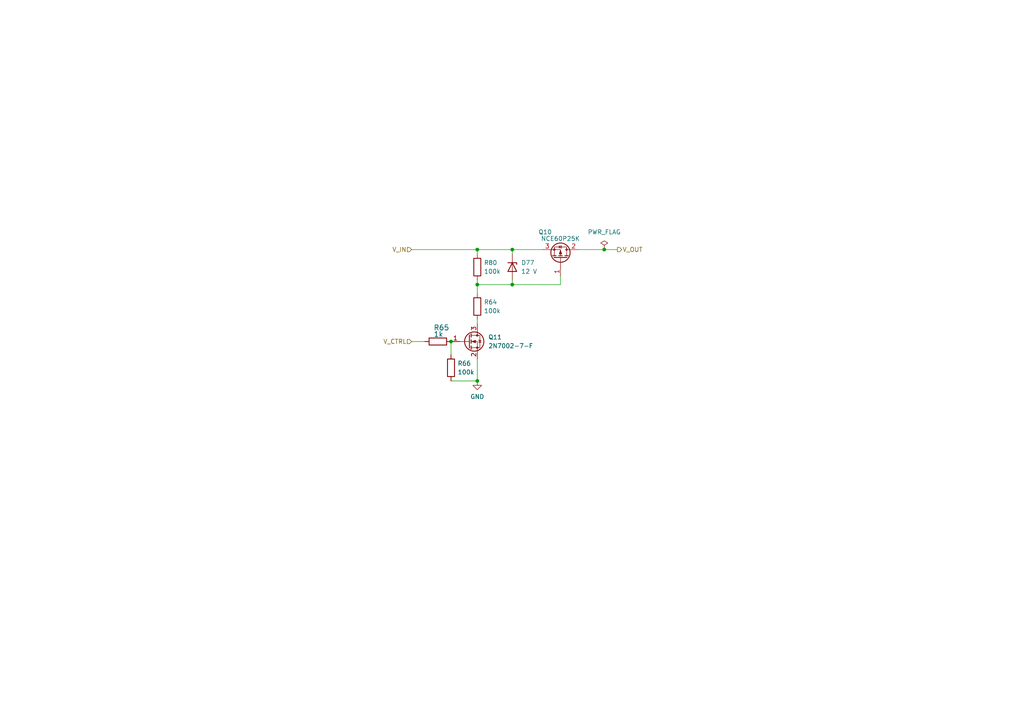
<source format=kicad_sch>
(kicad_sch (version 20250114) (generator "eeschema") (generator_version "9.0")
  (paper "A4")
  (title_block (title "High side switch") (date "2023-21-11") (rev "0.2.0") (company "University of Tartu") (comment 1 "Licensed under CERN-OHL-P"))
  (lib_symbols
    (symbol "Device:D_Zener" (pin_numbers (hide yes)) (pin_names (offset 1.016) (hide yes))
      (property "Reference" "D" (at 0 2.54 0))
      (property "Value" "D_Zener" (at 0 -2.54 0))
      (symbol "D_Zener_0_1"
        (polyline (pts (xy -1.27 -1.27) (xy -1.27 1.27) (xy -0.762 1.27)) (stroke (width 0.254)))
        (polyline (pts (xy 1.27 0) (xy -1.27 0)))
        (polyline (pts (xy 1.27 -1.27) (xy 1.27 1.27) (xy -1.27 0) (xy 1.27 -1.27)) (stroke (width 0.254)))
      )
      (symbol "D_Zener_1_1"
        (pin passive line (at -3.81 0 0) (length 2.54) (name "K") (number "1"))
        (pin passive line (at 3.81 0 180) (length 2.54) (name "A") (number "2"))
      )
    )
    (symbol "Device:R" (pin_numbers (hide yes)) (pin_names (offset 0))
      (property "Reference" "R" (at 2.032 0 90))
      (property "Value" "R" (at 0 0 90))
      (symbol "R_0_1"
        (rectangle (start -1.016 -2.54) (end 1.016 2.54) (stroke (width 0.254)))
      )
      (symbol "R_1_1"
        (pin passive line (at 0 3.81 270) (length 1.27) (name "~") (number "1"))
        (pin passive line (at 0 -3.81 90) (length 1.27) (name "~") (number "2"))
      )
    )
    (symbol "Transistor_FET:2N7002" (pin_names (offset 0) (hide yes))
      (property "Reference" "Q" (at 5.08 1.905 0))
      (property "Value" "2N7002" (at 5.08 0 0))
      (symbol "2N7002_0_1"
        (polyline (pts (xy 0.254 1.905) (xy 0.254 -1.905)) (stroke (width 0.254)))
        (polyline (pts (xy 0.254 0) (xy -2.54 0)))
        (polyline (pts (xy 0.762 2.286) (xy 0.762 1.27)) (stroke (width 0.254)))
        (polyline (pts (xy 0.762 0.508) (xy 0.762 -0.508)) (stroke (width 0.254)))
        (polyline (pts (xy 0.762 -1.27) (xy 0.762 -2.286)) (stroke (width 0.254)))
        (polyline (pts (xy 0.762 -1.778) (xy 3.302 -1.778) (xy 3.302 1.778) (xy 0.762 1.778)))
        (polyline (pts (xy 1.016 0) (xy 2.032 0.381) (xy 2.032 -0.381) (xy 1.016 0)) (fill (type outline)))
        (circle (center 1.651 0) (radius 2.794) (stroke (width 0.254)))
        (polyline (pts (xy 2.54 2.54) (xy 2.54 1.778)))
        (circle (center 2.54 1.778) (radius 0.254) (fill (type outline)))
        (circle (center 2.54 -1.778) (radius 0.254) (fill (type outline)))
        (polyline (pts (xy 2.54 -2.54) (xy 2.54 0) (xy 0.762 0)))
        (polyline (pts (xy 2.921 0.381) (xy 3.683 0.381)))
        (polyline (pts (xy 3.302 0.381) (xy 2.921 -0.254) (xy 3.683 -0.254) (xy 3.302 0.381)))
      )
      (symbol "2N7002_1_1"
        (pin input line (at -5.08 0 0) (length 2.54) (name "G") (number "1"))
        (pin passive line (at 2.54 5.08 270) (length 2.54) (name "D") (number "3"))
        (pin passive line (at 2.54 -5.08 90) (length 2.54) (name "S") (number "2"))
      )
    )
    (symbol "Transistor_FET:Q_PMOS_GDS" (pin_names (offset 0) (hide yes))
      (property "Reference" "Q" (at 5.08 1.905 0))
      (property "Value" "Q_PMOS_GDS" (at 5.08 0 0))
      (symbol "Q_PMOS_GDS_0_1"
        (polyline (pts (xy 0.254 1.905) (xy 0.254 -1.905)) (stroke (width 0.254)))
        (polyline (pts (xy 0.254 0) (xy -2.54 0)))
        (polyline (pts (xy 0.762 2.286) (xy 0.762 1.27)) (stroke (width 0.254)))
        (polyline (pts (xy 0.762 1.778) (xy 3.302 1.778) (xy 3.302 -1.778) (xy 0.762 -1.778)))
        (polyline (pts (xy 0.762 0.508) (xy 0.762 -0.508)) (stroke (width 0.254)))
        (polyline (pts (xy 0.762 -1.27) (xy 0.762 -2.286)) (stroke (width 0.254)))
        (circle (center 1.651 0) (radius 2.794) (stroke (width 0.254)))
        (polyline (pts (xy 2.286 0) (xy 1.27 0.381) (xy 1.27 -0.381) (xy 2.286 0)) (fill (type outline)))
        (polyline (pts (xy 2.54 2.54) (xy 2.54 1.778)))
        (circle (center 2.54 1.778) (radius 0.254) (fill (type outline)))
        (circle (center 2.54 -1.778) (radius 0.254) (fill (type outline)))
        (polyline (pts (xy 2.54 -2.54) (xy 2.54 0) (xy 0.762 0)))
        (polyline (pts (xy 2.921 -0.381) (xy 3.683 -0.381)))
        (polyline (pts (xy 3.302 -0.381) (xy 2.921 0.254) (xy 3.683 0.254) (xy 3.302 -0.381)))
      )
      (symbol "Q_PMOS_GDS_1_1"
        (pin input line (at -5.08 0 0) (length 2.54) (name "G") (number "1"))
        (pin passive line (at 2.54 5.08 270) (length 2.54) (name "D") (number "2"))
        (pin passive line (at 2.54 -5.08 90) (length 2.54) (name "S") (number "3"))
      )
    )
    (symbol "power:GND" (power) (pin_numbers (hide yes)) (pin_names (offset 0) (hide yes))
      (property "Value" "GND" (at 0 -3.81 0))
      (symbol "GND_0_1"
        (polyline (pts (xy 0 0) (xy 0 -1.27) (xy 1.27 -1.27) (xy 0 -2.54) (xy -1.27 -1.27) (xy 0 -1.27)))
      )
      (symbol "GND_1_1"
        (pin power_in line (at 0 0 270) (length 0) (name "~") (number "1"))
      )
    )
    (symbol "power:PWR_FLAG" (power) (pin_numbers (hide yes)) (pin_names (offset 0) (hide yes))
      (property "Value" "PWR_FLAG" (at 0 3.81 0))
      (symbol "PWR_FLAG_0_0"
        (pin power_out line (at 0 0 90) (length 0) (name "~") (number "1"))
      )
      (symbol "PWR_FLAG_0_1"
        (polyline (pts (xy 0 0) (xy 0 1.27) (xy -1.016 1.905) (xy 0 2.54) (xy 1.016 1.905) (xy 0 1.27)))
      )
    )
  )
  (junction (at 138.43 72.39))
  (junction (at 148.59 82.55))
  (junction (at 138.43 110.49))
  (junction (at 148.59 72.39))
  (junction (at 138.43 82.55))
  (junction (at 130.81 99.06))
  (junction (at 175.26 72.39))
  (wire (pts (xy 175.26 72.39) (xy 179.07 72.39)))
  (wire (pts (xy 138.43 104.14) (xy 138.43 110.49)))
  (wire (pts (xy 138.43 92.71) (xy 138.43 93.98)))
  (wire (pts (xy 162.56 80.01) (xy 162.56 82.55)))
  (wire (pts (xy 148.59 81.28) (xy 148.59 82.55)))
  (wire (pts (xy 138.43 82.55) (xy 138.43 85.09)))
  (wire (pts (xy 167.64 72.39) (xy 175.26 72.39)))
  (wire (pts (xy 148.59 82.55) (xy 138.43 82.55)))
  (wire (pts (xy 138.43 81.28) (xy 138.43 82.55)))
  (wire (pts (xy 157.48 72.39) (xy 148.59 72.39)))
  (wire (pts (xy 138.43 72.39) (xy 138.43 73.66)))
  (wire (pts (xy 119.38 72.39) (xy 138.43 72.39)))
  (wire (pts (xy 119.38 99.06) (xy 123.19 99.06)))
  (wire (pts (xy 162.56 82.55) (xy 148.59 82.55)))
  (wire (pts (xy 138.43 72.39) (xy 148.59 72.39)))
  (wire (pts (xy 138.43 110.49) (xy 130.81 110.49)))
  (wire (pts (xy 130.81 99.06) (xy 130.81 102.87)))
  (wire (pts (xy 148.59 72.39) (xy 148.59 73.66)))
  (hierarchical_label "V_IN" (shape input) (at 119.38 72.39 180))
  (hierarchical_label "V_OUT" (shape output) (at 179.07 72.39 0))
  (hierarchical_label "V_CTRL" (shape input) (at 119.38 99.06 180))
  (symbol (lib_id "Device:R") (at 138.43 88.9 0) (unit 1)
    (property "Reference" "R61" (at 140.335 87.6299 0) (effects (justify left)))
    (property "Value" "100k" (at 140.335 90.1699 0) (effects (justify left)))
    (property "Footprint" "Resistor_SMD:R_0603_1608Metric" (effects (hide yes)))
    (property "Datasheet" "https://datasheet.lcsc.com/lcsc/2206010045_UNI-ROYAL-Uniroyal-Elec-0603WAF1003T5E_C25803.pdf" (effects (hide yes)))
    (property "LCSC Part" "C25803" (effects (hide yes)))
    (instances (project "mainboard" (path "" (reference "R64") (unit 1)) (path "" (reference "R61") (unit 1))))
  )
  (symbol (lib_id "Device:D_Zener") (at 148.59 77.47 270) (unit 1)
    (property "Reference" "D76" (at 151.13 76.2 90) (effects (justify left)))
    (property "Value" "12 V" (at 151.13 78.74 90) (effects (justify left)))
    (property "Footprint" "Diode_SMD:D_SOD-123" (effects (hide yes)))
    (property "Datasheet" "https://datasheet.lcsc.com/lcsc/2304140030_Diodes-Incorporated-DDZ12C-7_C151340.pdf" (effects (hide yes)))
    (property "LCSC Part" "C151340" (effects (hide yes)))
    (instances (project "mainboard" (path "" (reference "D77") (unit 1)) (path "" (reference "D76") (unit 1))))
  )
  (symbol (lib_id "Device:R") (at 127 99.06 270) (unit 1)
    (property "Reference" "R62" (at 125.73 95.885 90) (effects (font (size 1.4986 1.4986)) (justify left bottom)))
    (property "Value" "1k" (at 125.73 97.79 90) (effects (font (size 1.4986 1.4986)) (justify left bottom)))
    (property "Footprint" "Resistor_SMD:R_0603_1608Metric" (effects (hide yes)))
    (property "Datasheet" "https://datasheet.lcsc.com/lcsc/2206010130_UNI-ROYAL-Uniroyal-Elec-0603WAF1001T5E_C21190.pdf" (effects (hide yes)))
    (property "LCSC Part" "C21190" (effects (hide yes)))
    (instances (project "mainboard" (path "" (reference "R65") (unit 1)) (path "" (reference "R62") (unit 1))))
  )
  (symbol (lib_id "power:PWR_FLAG") (at 175.26 72.39 0) (unit 1)
    (property "Reference" "#FLG08" (effects (hide yes)))
    (property "Value" "PWR_FLAG" (at 175.26 67.31 0))
    (property "Description" "Special symbol for telling ERC where power comes from" (effects (hide yes)))
    (instances (project "" (path "" (reference "#FLG013") (unit 1)) (path "" (reference "#FLG08") (unit 1))))
  )
  (symbol (lib_id "Transistor_FET:Q_PMOS_GDS") (at 162.56 74.93 270) (mirror x) (unit 1)
    (property "Reference" "Q5" (at 158.115 67.31 90))
    (property "Value" "NCE60P25K" (at 162.56 69.215 90))
    (property "Footprint" "Package_TO_SOT_SMD:TO-252-2" (effects (hide yes)))
    (property "Description" "P-MOSFET transistor, gate/drain/source" (effects (hide yes)))
    (property "LCSC Part" "C130105" (effects (hide yes)))
    (instances (project "mainboard" (path "" (reference "Q10") (unit 1)) (path "" (reference "Q5") (unit 1))))
  )
  (symbol (lib_id "Transistor_FET:2N7002") (at 135.89 99.06 0) (unit 1)
    (property "Reference" "Q9" (at 141.605 97.7899 0) (effects (justify left)))
    (property "Value" "2N7002-7-F" (at 141.605 100.3299 0) (effects (justify left)))
    (property "Footprint" "Package_TO_SOT_SMD:SOT-23" (effects (hide yes)))
    (property "Datasheet" "https://www.onsemi.com/pub/Collateral/NDS7002A-D.PDF" (effects (hide yes)))
    (property "Description" "0.115A Id, 60V Vds, N-Channel MOSFET, SOT-23" (effects (hide yes)))
    (property "LCSC Part" "C53550" (effects (hide yes)))
    (instances (project "mainboard" (path "" (reference "Q11") (unit 1)) (path "" (reference "Q9") (unit 1))))
  )
  (symbol (lib_id "Device:R") (at 138.43 77.47 0) (unit 1)
    (property "Reference" "R79" (at 140.335 76.1999 0) (effects (justify left)))
    (property "Value" "100k" (at 140.335 78.7399 0) (effects (justify left)))
    (property "Footprint" "Resistor_SMD:R_0603_1608Metric" (effects (hide yes)))
    (property "Datasheet" "https://datasheet.lcsc.com/lcsc/2206010045_UNI-ROYAL-Uniroyal-Elec-0603WAF1003T5E_C25803.pdf" (effects (hide yes)))
    (property "LCSC Part" "C25803" (effects (hide yes)))
    (instances (project "mainboard" (path "" (reference "R80") (unit 1)) (path "" (reference "R79") (unit 1))))
  )
  (symbol (lib_id "Device:R") (at 130.81 106.68 0) (unit 1)
    (property "Reference" "R63" (at 132.715 105.4099 0) (effects (justify left)))
    (property "Value" "100k" (at 132.715 107.9499 0) (effects (justify left)))
    (property "Footprint" "Resistor_SMD:R_0603_1608Metric" (effects (hide yes)))
    (property "Datasheet" "https://datasheet.lcsc.com/lcsc/2206010045_UNI-ROYAL-Uniroyal-Elec-0603WAF1003T5E_C25803.pdf" (effects (hide yes)))
    (property "LCSC Part" "C25803" (effects (hide yes)))
    (instances (project "mainboard" (path "" (reference "R66") (unit 1)) (path "" (reference "R63") (unit 1))))
  )
  (symbol (lib_id "power:GND") (at 138.43 110.49 0) (unit 1)
    (property "Reference" "#PWR0140" (effects (hide yes)))
    (property "Value" "GND" (at 138.43 115.062 0))
    (property "Description" "Power symbol creates a global label with name \"GND\" , ground" (effects (hide yes)))
    (instances (project "mainboard" (path "" (reference "#PWR0141") (unit 1)) (path "" (reference "#PWR0140") (unit 1))))
  )
)
</source>
